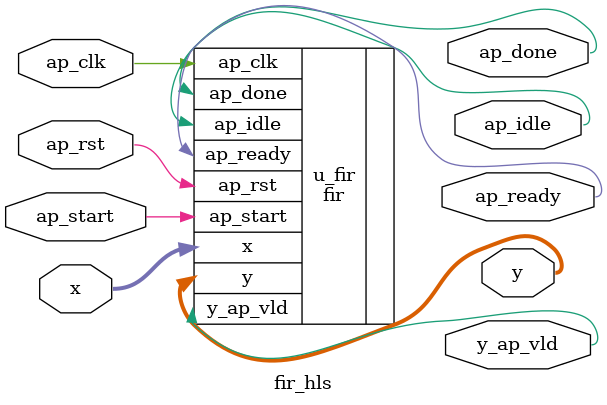
<source format=v>

module fir_hls (
        ap_clk,
        ap_rst,
        ap_start,
        ap_done,
        ap_idle,
        ap_ready,
        y,
        y_ap_vld,
        x
);
input   ap_clk;
input   ap_rst;
input   ap_start;
output   ap_done;
output   ap_idle;
output   ap_ready;
output  [15:0] y;
output   y_ap_vld;
input  [7:0] x;

fir u_fir (
    .ap_clk(ap_clk),
    .ap_rst(ap_rst),
    .ap_start(ap_start),
    .ap_done(ap_done),
    .ap_idle(ap_idle),
    .ap_ready(ap_ready),
    .y(y),
    .y_ap_vld(y_ap_vld),
    .x(x));

endmodule

</source>
